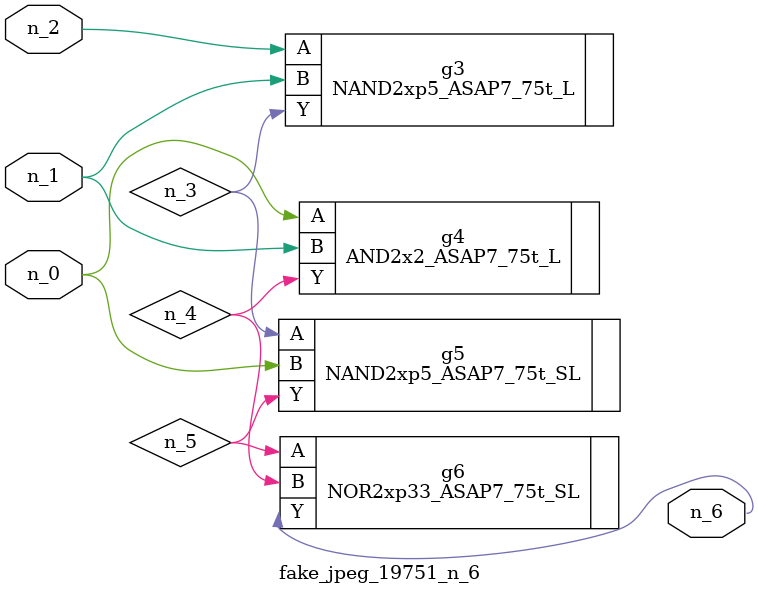
<source format=v>
module fake_jpeg_19751_n_6 (n_0, n_2, n_1, n_6);

input n_0;
input n_2;
input n_1;

output n_6;

wire n_3;
wire n_4;
wire n_5;

NAND2xp5_ASAP7_75t_L g3 ( 
.A(n_2),
.B(n_1),
.Y(n_3)
);

AND2x2_ASAP7_75t_L g4 ( 
.A(n_0),
.B(n_1),
.Y(n_4)
);

NAND2xp5_ASAP7_75t_SL g5 ( 
.A(n_3),
.B(n_0),
.Y(n_5)
);

NOR2xp33_ASAP7_75t_SL g6 ( 
.A(n_5),
.B(n_4),
.Y(n_6)
);


endmodule
</source>
